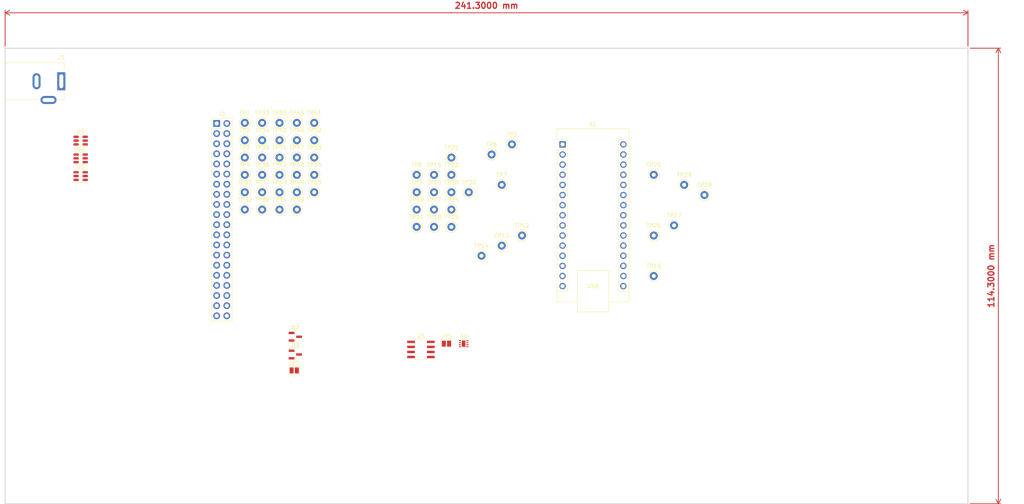
<source format=kicad_pcb>
(kicad_pcb (version 20221018) (generator pcbnew)
  (layers (0 "F.Cu" signal) (31 "B.Cu" signal) (34 "B.Paste" user) (35 "F.Paste" user) (36 "B.SilkS" user "B.Silkscreen") (37 "F.SilkS" user "F.Silkscreen") (38 "B.Mask" user) (39 "F.Mask" user) (44 "Edge.Cuts" user))
  (net 0 "")
  (net 1 "/Arduino & ESP32/TX_A")
  (net 2 "/Arduino & ESP32/RX_A")
  (net 3 "Net-(A1-~{RESET}-Pad28)")
  (net 4 "GND")
  (net 5 "/Arduino & ESP32/LED_Switch")
  (net 6 "Net-(A1-D3)")
  (net 7 "/Arduino & ESP32/Motor_Dir")
  (net 8 "/Arduino & ESP32/Motor_PWM")
  (net 9 "/Arduino & ESP32/Servo1_PWM")
  (net 10 "/Arduino & ESP32/Motor_En")
  (net 11 "Net-(A1-D8)")
  (net 12 "/Arduino & ESP32/Servo2_PWM")
  (net 13 "/Arduino & ESP32/Servo3_PWM")
  (net 14 "Net-(A1-MOSI)")
  (net 15 "Net-(A1-MISO)")
  (net 16 "Net-(A1-SCK)")
  (net 17 "Net-(A1-3V3)")
  (net 18 "+5P")
  (net 19 "Net-(A1-A0)")
  (net 20 "/Arduino & ESP32/Motor_C")
  (net 21 "Net-(A1-A2)")
  (net 22 "Net-(A1-A3)")
  (net 23 "/Arduino & ESP32/I2C_SDA_A")
  (net 24 "/Arduino & ESP32/I2C_SCL_A")
  (net 25 "Net-(A1-A6)")
  (net 26 "Net-(A1-A7)")
  (net 27 "Net-(A1-+5V)")
  (net 28 "+6V")
  (net 29 "Net-(F1-Pad1)")
  (net 30 "Net-(JP7-A)")
  (net 31 "Net-(JP6-A)")
  (net 32 "/I2C_SDA_RPI")
  (net 33 "/I2C_SCL_RPI")
  (net 34 "Net-(J2-GCLK0{slash}GPIO4)")
  (net 35 "Net-(J2-GPIO14{slash}TXD)")
  (net 36 "Net-(J2-GPIO15{slash}RXD)")
  (net 37 "Net-(J2-GPIO17)")
  (net 38 "Net-(J2-GPIO18{slash}PWM0)")
  (net 39 "Net-(J2-GPIO27)")
  (net 40 "Net-(J2-GPIO22)")
  (net 41 "Net-(J2-GPIO23)")
  (net 42 "Net-(J2-GPIO24)")
  (net 43 "Net-(J2-MOSI0{slash}GPIO10)")
  (net 44 "Net-(J2-MISO0{slash}GPIO9)")
  (net 45 "Net-(J2-GPIO25)")
  (net 46 "Net-(J2-SCLK0{slash}GPIO11)")
  (net 47 "Net-(J2-~{CE0}{slash}GPIO8)")
  (net 48 "Net-(J2-~{CE1}{slash}GPIO7)")
  (net 49 "Net-(J2-ID_SD{slash}GPIO0)")
  (net 50 "Net-(J2-ID_SC{slash}GPIO1)")
  (net 51 "Net-(J2-GCLK1{slash}GPIO5)")
  (net 52 "Net-(J2-GCLK2{slash}GPIO6)")
  (net 53 "Net-(J2-PWM0{slash}GPIO12)")
  (net 54 "Net-(J2-PWM1{slash}GPIO13)")
  (net 55 "Net-(J2-GPIO19{slash}MISO1)")
  (net 56 "Net-(J2-GPIO16)")
  (net 57 "Net-(J2-GPIO26)")
  (net 58 "Net-(J2-GPIO20{slash}MOSI1)")
  (net 59 "Net-(J2-GPIO21{slash}SCLK1)")
  (net 60 "Net-(JP5-A)")
  (net 61 "+3.3V")
  (net 62 "Net-(JP1-A)")
  (net 63 "Net-(JP2-A)")
  (net 64 "Net-(U1-BST)")
  (net 65 "Net-(U1-FB)")
  (net 66 "Net-(U1-EN)")
  (net 67 "Net-(D1-K)")
  (net 68 "Net-(U2-BST)")
  (net 69 "Net-(U2-FB)")
  (net 70 "Net-(U2-EN)")
  (net 71 "Net-(D2-K)")
  (net 72 "Net-(U3-BST)")
  (net 73 "Net-(U3-FB)")
  (net 74 "Net-(U3-LX)")
  (net 75 "Net-(M1-+)")
  (net 76 "Net-(U4-OUT2)")
  (net 77 "+5V")
  (net 78 "Net-(M1--)")
  (net 79 "Net-(U5-FILTER)")
  (footprint "TestPoint:TestPoint_Keystone_5000-5004_Miniature" (layer "F.Cu") (at 137.97 69.69)
    (fp_text reference "TP17" (at 0 -2.5) (layer "F.SilkS"))
    (fp_text value "TestPoint")
    (fp_circle (center 0 0) (end 1.4 0) (stroke (width 0.15)) (fill none) (layer "F.SilkS"))
    (pad "1" thru_hole circle (at 0 0) (size 2 2) (drill 1) (layers "*.Cu" "*.Mask") (net 15 "Net-(A1-MISO)"))
  )
  (footprint "TestPoint:TestPoint_Keystone_5000-5004_Miniature" (layer "F.Cu") (at 205.74 66.04)
    (fp_text reference "TP28" (at 0 -2.5) (layer "F.SilkS"))
    (fp_text value "TestPoint")
    (fp_circle (center 0 0) (end 1.4 0) (stroke (width 0.15)) (fill none) (layer "F.SilkS"))
    (pad "1" thru_hole circle (at 0 0) (size 2 2) (drill 1) (layers "*.Cu" "*.Mask") (net 25 "Net-(A1-A6)"))
  )
  (footprint "TestPoint:TestPoint_Keystone_5000-5004_Miniature" (layer "F.Cu") (at 142.32 60.99)
    (fp_text reference "TP22" (at 0 -2.5) (layer "F.SilkS"))
    (fp_text value "TestPoint")
    (fp_circle (center 0 0) (end 1.4 0) (stroke (width 0.15)) (fill none) (layer "F.SilkS"))
    (pad "1" thru_hole circle (at 0 0) (size 2 2) (drill 1) (layers "*.Cu" "*.Mask") (net 24 "/Arduino & ESP32/I2C_SCL_A"))
  )
  (footprint "TestPoint:TestPoint_Keystone_5000-5004_Miniature" (layer "F.Cu") (at 94.89 56.64)
    (fp_text reference "TP35" (at 0 -2.5) (layer "F.SilkS"))
    (fp_text value "TestPoint")
    (fp_circle (center 0 0) (end 1.4 0) (stroke (width 0.15)) (fill none) (layer "F.SilkS"))
    (pad "1" thru_hole circle (at 0 0) (size 2 2) (drill 1) (layers "*.Cu" "*.Mask") (net 48 "Net-(J2-~{CE1}{slash}GPIO7)"))
  )
  (footprint "TestPoint:TestPoint_Keystone_5000-5004_Miniature" (layer "F.Cu") (at 99.24 65.34)
    (fp_text reference "TP43" (at 0 -2.5) (layer "F.SilkS"))
    (fp_text value "TestPoint")
    (fp_circle (center 0 0) (end 1.4 0) (stroke (width 0.15)) (fill none) (layer "F.SilkS"))
    (pad "1" thru_hole circle (at 0 0) (size 2 2) (drill 1) (layers "*.Cu" "*.Mask") (net 36 "Net-(J2-GPIO15{slash}RXD)"))
  )
  (footprint "TestPoint:TestPoint_Keystone_5000-5004_Miniature" (layer "F.Cu") (at 142.32 65.34)
    (fp_text reference "TP23" (at 0 -2.5) (layer "F.SilkS"))
    (fp_text value "TestPoint")
    (fp_circle (center 0 0) (end 1.4 0) (stroke (width 0.15)) (fill none) (layer "F.SilkS"))
    (pad "1" thru_hole circle (at 0 0) (size 2 2) (drill 1) (layers "*.Cu" "*.Mask") (net 3 "Net-(A1-~{RESET}-Pad28)"))
  )
  (footprint "TestPoint:TestPoint_Keystone_5000-5004_Miniature" (layer "F.Cu") (at 133.62 69.69)
    (fp_text reference "TP10" (at 0 -2.5) (layer "F.SilkS"))
    (fp_text value "TestPoint")
    (fp_circle (center 0 0) (end 1.4 0) (stroke (width 0.15)) (fill none) (layer "F.SilkS"))
    (pad "1" thru_hole circle (at 0 0) (size 2 2) (drill 1) (layers "*.Cu" "*.Mask") (net 8 "/Arduino & ESP32/Motor_PWM"))
  )
  (footprint "TestPoint:TestPoint_Keystone_5000-5004_Miniature" (layer "F.Cu") (at 103.59 69.69)
    (fp_text reference "TP50" (at 0 -2.5) (layer "F.SilkS"))
    (fp_text value "TestPoint")
    (fp_circle (center 0 0) (end 1.4 0) (stroke (width 0.15)) (fill none) (layer "F.SilkS"))
    (pad "1" thru_hole circle (at 0 0) (size 2 2) (drill 1) (layers "*.Cu" "*.Mask") (net 40 "Net-(J2-GPIO22)"))
  )
  (footprint "Jumper:SolderJumper-2_P1.3mm_Open_Pad1.0x1.5mm" (layer "F.Cu") (at 141.085 103.325)
    (fp_text reference "JP5" (at 0 -1.8) (layer "F.SilkS"))
    (fp_text value "SolderJumper_2_Open")
    (fp_line (start -1.4 -1) (end 1.4 -1) (stroke (width 0.12)) (layer "F.SilkS"))
    (fp_line (start -1.4 1) (end -1.4 -1) (stroke (width 0.12)) (layer "F.SilkS"))
    (fp_line (start 1.4 -1) (end 1.4 1) (stroke (width 0.12)) (layer "F.SilkS"))
    (fp_line (start 1.4 1) (end -1.4 1) (stroke (width 0.12)) (layer "F.SilkS"))
    (pad "1" smd rect (at -0.65 0) (size 1 1.5) (layers "F.Cu" "F.Mask") (net 60 "Net-(JP5-A)"))
    (pad "2" smd rect (at 0.65 0) (size 1 1.5) (layers "F.Cu" "F.Mask") (net 61 "+3.3V"))
  )
  (footprint "TestPoint:TestPoint_Keystone_5000-5004_Miniature" (layer "F.Cu") (at 103.59 52.29)
    (fp_text reference "TP46" (at 0 -2.5) (layer "F.SilkS"))
    (fp_text value "TestPoint")
    (fp_circle (center 0 0) (end 1.4 0) (stroke (width 0.15)) (fill none) (layer "F.SilkS"))
    (pad "1" thru_hole circle (at 0 0) (size 2 2) (drill 1) (layers "*.Cu" "*.Mask") (net 38 "Net-(J2-GPIO18{slash}PWM0)"))
  )
  (footprint "TestPoint:TestPoint_Keystone_5000-5004_Miniature" (layer "F.Cu") (at 157.48 53.34)
    (fp_text reference "TP5" (at 0 -2.5) (layer "F.SilkS"))
    (fp_text value "TestPoint")
    (fp_circle (center 0 0) (end 1.4 0) (stroke (width 0.15)) (fill none) (layer "F.SilkS"))
    (pad "1" thru_hole circle (at 0 0) (size 2 2) (drill 1) (layers "*.Cu" "*.Mask") (net 1 "/Arduino & ESP32/TX_A"))
  )
  (footprint "Package_TO_SOT_SMD:SOT-23-6" (layer "F.Cu") (at 49.3975 56.84)
    (fp_text reference "U2" (at 0 -2.4) (layer "F.SilkS"))
    (fp_text value "AOZ1280CI")
    (fp_line (start 0 -1.56) (end -1.8 -1.56) (stroke (width 0.12)) (layer "F.SilkS"))
    (fp_line (start 0 -1.56) (end 0.8 -1.56) (stroke (width 0.12)) (layer "F.SilkS"))
    (fp_line (start 0 1.56) (end -0.8 1.56) (stroke (width 0.12)) (layer "F.SilkS"))
    (fp_line (start 0 1.56) (end 0.8 1.56) (stroke (width 0.12)) (layer "F.SilkS"))
    (pad "1" smd roundrect (at -1.1375 -0.95) (size 1.325 0.6) (layers "F.Cu" "F.Paste" "F.Mask") (net 68 "Net-(U2-BST)"))
    (pad "2" smd roundrect (at -1.1375 0) (size 1.325 0.6) (layers "F.Cu" "F.Paste" "F.Mask") (net 4 "GND"))
    (pad "3" smd roundrect (at -1.1375 0.95) (size 1.325 0.6) (layers "F.Cu" "F.Paste" "F.Mask") (net 69 "Net-(U2-FB)"))
    (pad "4" smd roundrect (at 1.1375 0.95) (size 1.325 0.6) (layers "F.Cu" "F.Paste" "F.Mask") (net 70 "Net-(U2-EN)"))
    (pad "5" smd roundrect (at 1.1375 0) (size 1.325 0.6) (layers "F.Cu" "F.Paste" "F.Mask") (net 28 "+6V"))
    (pad "6" smd roundrect (at 1.1375 -0.95) (size 1.325 0.6) (layers "F.Cu" "F.Paste" "F.Mask") (net 71 "Net-(D2-K)"))
  )
  (footprint "TestPoint:TestPoint_Keystone_5000-5004_Miniature" (layer "F.Cu") (at 133.62 74.04)
    (fp_text reference "TP11" (at 0 -2.5) (layer "F.SilkS"))
    (fp_text value "TestPoint")
    (fp_circle (center 0 0) (end 1.4 0) (stroke (width 0.15)) (fill none) (layer "F.SilkS"))
    (pad "1" thru_hole circle (at 0 0) (size 2 2) (drill 1) (layers "*.Cu" "*.Mask") (net 9 "/Arduino & ESP32/Servo1_PWM"))
  )
  (footprint "TestPoint:TestPoint_Keystone_5000-5004_Miniature" (layer "F.Cu") (at 99.24 60.99)
    (fp_text reference "TP42" (at 0 -2.5) (layer "F.SilkS"))
    (fp_text value "TestPoint")
    (fp_circle (center 0 0) (end 1.4 0) (stroke (width 0.15)) (fill none) (layer "F.SilkS"))
    (pad "1" thru_hole circle (at 0 0) (size 2 2) (drill 1) (layers "*.Cu" "*.Mask") (net 35 "Net-(J2-GPIO14{slash}TXD)"))
  )
  (footprint "Module:Arduino_Nano" (layer "F.Cu") (at 170.18 53.34)
    (fp_text reference "A1" (at 7.62 -5.08) (layer "F.SilkS"))
    (fp_text value "Arduino_Nano_Every")
    (fp_text user "USB" (at 7.62 35.56 unlocked) (layer "F.SilkS"))
    (fp_line (start -1.4 -3.94) (end -1.4 -1.27) (stroke (width 0.12)) (layer "F.SilkS"))
    (fp_line (start -1.4 1.27) (end -1.4 39.5) (stroke (width 0.12)) (layer "F.SilkS"))
    (fp_line (start -1.4 39.5) (end 3.68 39.5) (stroke (width 0.12)) (layer "F.SilkS"))
    (fp_line (start 1.27 -1.27) (end -1.4 -1.27) (stroke (width 0.12)) (layer "F.SilkS"))
    (fp_line (start 1.27 1.27) (end -1.4 1.27) (stroke (width 0.12)) (layer "F.SilkS"))
    (fp_line (start 1.27 1.27) (end 1.27 -1.27) (stroke (width 0.12)) (layer "F.SilkS"))
    (fp_line (start 1.27 1.27) (end 1.27 36.83) (stroke (width 0.12)) (layer "F.SilkS"))
    (fp_line (start 1.27 36.83) (end -1.4 36.83) (stroke (width 0.12)) (layer "F.SilkS"))
    (fp_line (start 3.68 31.62) (end 11.56 31.62) (stroke (width 0.12)) (layer "F.SilkS"))
    (fp_line (start 3.68 42.04) (end 3.68 31.62) (stroke (width 0.12)) (layer "F.SilkS"))
    (fp_line (start 11.56 31.62) (end 11.56 42.04) (stroke (width 0.12)) (layer "F.SilkS"))
    (fp_line (start 11.56 42.04) (end 3.68 42.04) (stroke (width 0.12)) (layer "F.SilkS"))
    (fp_line (start 13.97 -1.27) (end 13.97 36.83) (stroke (width 0.12)) (layer "F.SilkS"))
    (fp_line (start 13.97 -1.27) (end 16.64 -1.27) (stroke (width 0.12)) (layer "F.SilkS"))
    (fp_line (start 13.97 36.83) (end 16.64 36.83) (stroke (width 0.12)) (layer "F.SilkS"))
    (fp_line (start 16.64 -3.94) (end -1.4 -3.94) (stroke (width 0.12)) (layer "F.SilkS"))
    (fp_line (start 16.64 39.5) (end 11.56 39.5) (stroke (width 0.12)) (layer "F.SilkS"))
    (fp_line (start 16.64 39.5) (end 16.64 -3.94) (stroke (width 0.12)) (layer "F.SilkS"))
    (pad "1" thru_hole rect (at 0 0) (size 1.6 1.6) (drill 1) (layers "*.Cu" "*.Mask") (net 1 "/Arduino & ESP32/TX_A"))
    (pad "2" thru_hole oval (at 0 2.54) (size 1.6 1.6) (drill 1) (layers "*.Cu" "*.Mask") (net 2 "/Arduino & ESP32/RX_A"))
    (pad "3" thru_hole oval (at 0 5.08) (size 1.6 1.6) (drill 1) (layers "*.Cu" "*.Mask") (net 3 "Net-(A1-~{RESET}-Pad28)"))
    (pad "4" thru_hole oval (at 0 7.62) (size 1.6 1.6) (drill 1) (layers "*.Cu" "*.Mask") (net 4 "GND"))
    (pad "5" thru_hole oval (at 0 10.16) (size 1.6 1.6) (drill 1) (layers "*.Cu" "*.Mask") (net 5 "/Arduino & ESP32/LED_Switch"))
    (pad "6" thru_hole oval (at 0 12.7) (size 1.6 1.6) (drill 1) (layers "*.Cu" "*.Mask") (net 6 "Net-(A1-D3)"))
    (pad "7" thru_hole oval (at 0 15.24) (size 1.6 1.6) (drill 1) (layers "*.Cu" "*.Mask") (net 7 "/Arduino & ESP32/Motor_Dir"))
    (pad "8" thru_hole oval (at 0 17.78) (size 1.6 1.6) (drill 1) (layers "*.Cu" "*.Mask") (net 8 "/Arduino & ESP32/Motor_PWM"))
    (pad "9" thru_hole oval (at 0 20.32) (size 1.6 1.6) (drill 1) (layers "*.Cu" "*.Mask") (net 9 "/Arduino & ESP32/Servo1_PWM"))
    (pad "10" thru_hole oval (at 0 22.86) (size 1.6 1.6) (drill 1) (layers "*.Cu" "*.Mask") (net 10 "/Arduino & ESP32/Motor_En"))
    (pad "11" thru_hole oval (at 0 25.4) (size 1.6 1.6) (drill 1) (layers "*.Cu" "*.Mask") (net 11 "Net-(A1-D8)"))
    (pad "12" thru_hole oval (at 0 27.94) (size 1.6 1.6) (drill 1) (layers "*.Cu" "*.Mask") (net 12 "/Arduino & ESP32/Servo2_PWM"))
    (pad "13" thru_hole oval (at 0 30.48) (size 1.6 1.6) (drill 1) (layers "*.Cu" "*.Mask") (net 13 "/Arduino & ESP32/Servo3_PWM"))
    (pad "14" thru_hole oval (at 0 33.02) (size 1.6 1.6) (drill 1) (layers "*.Cu" "*.Mask") (net 14 "Net-(A1-MOSI)"))
    (pad "15" thru_hole oval (at 0 35.56) (size 1.6 1.6) (drill 1) (layers "*.Cu" "*.Mask") (net 15 "Net-(A1-MISO)"))
    (pad "16" thru_hole oval (at 15.24 35.56) (size 1.6 1.6) (drill 1) (layers "*.Cu" "*.Mask") (net 16 "Net-(A1-SCK)"))
    (pad "17" thru_hole oval (at 15.24 33.02) (size 1.6 1.6) (drill 1) (layers "*.Cu" "*.Mask") (net 17 "Net-(A1-3V3)"))
    (pad "18" thru_hole oval (at 15.24 30.48) (size 1.6 1.6) (drill 1) (layers "*.Cu" "*.Mask") (net 18 "+5P"))
    (pad "19" thru_hole oval (at 15.24 27.94) (size 1.6 1.6) (drill 1) (layers "*.Cu" "*.Mask") (net 19 "Net-(A1-A0)"))
    (pad "20" thru_hole oval (at 15.24 25.4) (size 1.6 1.6) (drill 1) (layers "*.Cu" "*.Mask") (net 20 "/Arduino & ESP32/Motor_C"))
    (pad "21" thru_hole oval (at 15.24 22.86) (size 1.6 1.6) (drill 1) (layers "*.Cu" "*.Mask") (net 21 "Net-(A1-A2)"))
    (pad "22" thru_hole oval (at 15.24 20.32) (size 1.6 1.6) (drill 1) (layers "*.Cu" "*.Mask") (net 22 "Net-(A1-A3)"))
    (pad "23" thru_hole oval (at 15.24 17.78) (size 1.6 1.6) (drill 1) (layers "*.Cu" "*.Mask") (net 23 "/Arduino & ESP32/I2C_SDA_A"))
    (pad "24" thru_hole oval (at 15.24 15.24) (size 1.6 1.6) (drill 1) (layers "*.Cu" "*.Mask") (net 24 "/Arduino & ESP32/I2C_SCL_A"))
    (pad "25" thru_hole oval (at 15.24 12.7) (size 1.6 1.6) (drill 1) (layers "*.Cu" "*.Mask") (net 25 "Net-(A1-A6)"))
    (pad "26" thru_hole oval (at 15.24 10.16) (size 1.6 1.6) (drill 1) (layers "*.Cu" "*.Mask") (net 26 "Net-(A1-A7)"))
    (pad "27" thru_hole oval (at 15.24 7.62) (size 1.6 1.6) (drill 1) (layers "*.Cu" "*.Mask") (net 27 "Net-(A1-+5V)"))
    (pad "28" thru_hole oval (at 15.24 5.08) (size 1.6 1.6) (drill 1) (layers "*.Cu" "*.Mask") (net 3 "Net-(A1-~{RESET}-Pad28)"))
    (pad "29" thru_hole oval (at 15.24 2.54) (size 1.6 1.6) (drill 1) (layers "*.Cu" "*.Mask") (net 4 "GND"))
    (pad "30" thru_hole oval (at 15.24 0) (size 1.6 1.6) (drill 1) (layers "*.Cu" "*.Mask") (net 28 "+6V"))
  )
  (footprint "TestPoint:TestPoint_Keystone_5000-5004_Miniature" (layer "F.Cu") (at 94.89 60.99)
    (fp_text reference "TP36" (at 0 -2.5) (layer "F.SilkS"))
    (fp_text value "TestPoint")
    (fp_circle (center 0 0) (end 1.4 0) (stroke (width 0.15)) (fill none) (layer "F.SilkS"))
    (pad "1" thru_hole circle (at 0 0) (size 2 2) (drill 1) (layers "*.Cu" "*.Mask") (net 47 "Net-(J2-~{CE0}{slash}GPIO8)"))
  )
  (footprint "TestPoint:TestPoint_Keystone_5000-5004_Miniature" (layer "F.Cu") (at 90.54 65.34)
    (fp_text reference "TP31" (at 0 -2.5) (layer "F.SilkS"))
    (fp_text value "TestPoint")
    (fp_circle (center 0 0) (end 1.4 0) (stroke (width 0.15)) (fill none) (layer "F.SilkS"))
    (pad "1" thru_hole circle (at 0 0) (size 2 2) (drill 1) (layers "*.Cu" "*.Mask") (net 50 "Net-(J2-ID_SC{slash}GPIO1)"))
  )
  (footprint "TestPoint:TestPoint_Keystone_5000-5004_Miniature" (layer "F.Cu") (at 200.66 63.5)
    (fp_text reference "TP29" (at 0 -2.5) (layer "F.SilkS"))
    (fp_text value "TestPoint")
    (fp_circle (center 0 0) (end 1.4 0) (stroke (width 0.15)) (fill none) (layer "F.SilkS"))
    (pad "1" thru_hole circle (at 0 0) (size 2 2) (drill 1) (layers "*.Cu" "*.Mask") (net 26 "Net-(A1-A7)"))
  )
  (footprint "Connector_BarrelJack:BarrelJack_Kycon_KLDX-0202-xC_Horizontal" (layer "F.Cu") (at 44.55 37.5)
    (fp_text reference "J1" (at 0 -6 unlocked) (layer "F.SilkS"))
    (fp_text value "Barrel_Jack_MountingPin")
    (fp_line (start -14.02 -4.62) (end -14.02 4.62) (stroke (width 0.12)) (layer "F.SilkS"))
    (fp_line (start -14.02 4.62) (end -5.9 4.62) (stroke (width 0.12)) (layer "F.SilkS"))
    (fp_line (start -0.5 4.62) (end 0.72 4.62) (stroke (width 0.12)) (layer "F.SilkS"))
    (fp_line (start 0.72 -4.62) (end -14.02 -4.62) (stroke (width 0.12)) (layer "F.SilkS"))
    (fp_line (start 0.72 -2.95) (end 0.72 -4.62) (stroke (width 0.12)) (layer "F.SilkS"))
    (fp_line (start 0.72 4.62) (end 0.72 2.95) (stroke (width 0.12)) (layer "F.SilkS"))
    (pad "1" thru_hole rect (at 0 0) (size 2 4.5) (drill oval 1 3.5) (layers "*.Cu" "*.Mask") (net 29 "Net-(F1-Pad1)"))
    (pad "2" thru_hole oval (at -6.2 0) (size 2 4) (drill oval 1 3) (layers "*.Cu" "*.Mask") (net 4 "GND"))
    (pad "3" thru_hole oval (at -3.2 4.7 90) (size 2 4) (drill oval 1 3) (layers "*.Cu" "*.Mask"))
  )
  (footprint "TestPoint:TestPoint_Keystone_5000-5004_Miniature" (layer "F.Cu") (at 103.59 47.94)
    (fp_text reference "TP45" (at 0 -2.5) (layer "F.SilkS"))
    (fp_text value "TestPoint")
    (fp_circle (center 0 0) (end 1.4 0) (stroke (width 0.15)) (fill none) (layer "F.SilkS"))
    (pad "1" thru_hole circle (at 0 0) (size 2 2) (drill 1) (layers "*.Cu" "*.Mask") (net 37 "Net-(J2-GPIO17)"))
  )
  (footprint "TestPoint:TestPoint_Keystone_5000-5004_Miniature" (layer "F.Cu") (at 90.54 47.94)
    (fp_text reference "TP1" (at 0 -2.5) (layer "F.SilkS"))
    (fp_text value "TestPoint")
    (fp_circle (center 0 0) (end 1.4 0) (stroke (width 0.15)) (fill none) (layer "F.SilkS"))
    (pad "1" thru_hole circle (at 0 0) (size 2 2) (drill 1) (layers "*.Cu" "*.Mask") (net 49 "Net-(J2-ID_SD{slash}GPIO0)"))
  )
  (footprint "TestPoint:TestPoint_Keystone_5000-5004_Miniature" (layer "F.Cu") (at 103.59 56.64)
    (fp_text reference "TP47" (at 0 -2.5) (layer "F.SilkS"))
    (fp_text value "TestPoint")
    (fp_circle (center 0 0) (end 1.4 0) (stroke (width 0.15)) (fill none) (layer "F.SilkS"))
    (pad "1" thru_hole circle (at 0 0) (size 2 2) (drill 1) (layers "*.Cu" "*.Mask") (net 55 "Net-(J2-GPIO19{slash}MISO1)"))
  )
  (footprint "TestPoint:TestPoint_Keystone_5000-5004_Miniature" (layer "F.Cu") (at 198.12 73.66)
    (fp_text reference "TP27" (at 0 -2.5) (layer "F.SilkS"))
    (fp_text value "TestPoint")
    (fp_circle (center 0 0) (end 1.4 0) (stroke (width 0.15)) (fill none) (layer "F.SilkS"))
    (pad "1" thru_hole circle (at 0 0) (size 2 2) (drill 1) (layers "*.Cu" "*.Mask") (net 22 "Net-(A1-A3)"))
  )
  (footprint "TestPoint:TestPoint_Keystone_5000-5004_Miniature" (layer "F.Cu") (at 107.94 65.34)
    (fp_text reference "TP55" (at 0 -2.5) (layer "F.SilkS"))
    (fp_text value "TestPoint")
    (fp_circle (center 0 0) (end 1.4 0) (stroke (width 0.15)) (fill none) (layer "F.SilkS"))
    (pad "1" thru_hole circle (at 0 0) (size 2 2) (drill 1) (layers "*.Cu" "*.Mask") (net 39 "Net-(J2-GPIO27)"))
  )
  (footprint "TestPoint:TestPoint_Keystone_5000-5004_Miniature" (layer "F.Cu") (at 154.94 78.74)
    (fp_text reference "TP13" (at 0 -2.5) (layer "F.SilkS"))
    (fp_text value "TestPoint")
    (fp_circle (center 0 0) (end 1.4 0) (stroke (width 0.15)) (fill none) (layer "F.SilkS"))
    (pad "1" thru_hole circle (at 0 0) (size 2 2) (drill 1) (layers "*.Cu" "*.Mask") (net 11 "Net-(A1-D8)"))
  )
  (footprint "Package_TO_SOT_SMD:SOT-23" (layer "F.Cu") (at 103.2025 106.05)
    (fp_text reference "Q3" (at 0 -2.4) (layer "F.SilkS"))
    (fp_text value "BSS138")
    (fp_line (start 0 -1.56) (end -1.675 -1.56) (stroke (width 0.12)) (layer "F.SilkS"))
    (fp_line (start 0 -1.56) (end 0.65 -1.56) (stroke (width 0.12)) (layer "F.SilkS"))
    (fp_line (start 0 1.56) (end -0.65 1.56) (stroke (width 0.12)) (layer "F.SilkS"))
    (fp_line (start 0 1.56) (end 0.65 1.56) (stroke (width 0.12)) (layer "F.SilkS"))
    (pad "1" smd roundrect (at -0.9375 -0.95) (size 1.475 0.6) (layers "F.Cu" "F.Paste" "F.Mask") (net 61 "+3.3V"))
    (pad "2" smd roundrect (at -0.9375 0.95) (size 1.475 0.6) (layers "F.Cu" "F.Paste" "F.Mask") (net 33 "/I2C_SCL_RPI"))
    (pad "3" smd roundrect (at 0.9375 0) (size 1.475 0.6) (layers "F.Cu" "F.Paste" "F.Mask") (net 63 "Net-(JP2-A)"))
  )
  (footprint "TestPoint:TestPoint_Keystone_5000-5004_Miniature" (layer "F.Cu") (at 149.86 81.28)
    (fp_text reference "TP14" (at 0 -2.5) (layer "F.SilkS"))
    (fp_text value "TestPoint")
    (fp_circle (center 0 0) (end 1.4 0) (stroke (width 0.15)) (fill none) (layer "F.SilkS"))
    (pad "1" thru_hole circle (at 0 0) (size 2 2) (drill 1) (layers "*.Cu" "*.Mask") (net 12 "/Arduino & ESP32/Servo2_PWM"))
  )
  (footprint "TestPoint:TestPoint_Keystone_5000-5004_Miniature" (layer "F.Cu") (at 137.97 65.34)
    (fp_text reference "TP16" (at 0 -2.5) (layer "F.SilkS"))
    (fp_text value "TestPoint")
    (fp_circle (center 0 0) (end 1.4 0) (stroke (width 0.15)) (fill none) (layer "F.SilkS"))
    (pad "1" thru_hole circle (at 0 0) (size 2 2) (drill 1) (layers "*.Cu" "*.Mask") (net 14 "Net-(A1-MOSI)"))
  )
  (footprint "TestPoint:TestPoint_Keystone_5000-5004_Miniature" (layer "F.Cu") (at 107.94 56.64)
    (fp_text reference "TP53" (at 0 -2.5) (layer "F.SilkS"))
    (fp_text value "TestPoint")
    (fp_circle (center 0 0) (end 1.4 0) (stroke (width 0.15)) (fill none) (layer "F.SilkS"))
    (pad "1" thru_hole circle (at 0 0) (size 2 2) (drill 1) (layers "*.Cu" "*.Mask") (net 45 "Net-(J2-GPIO25)"))
  )
  (footprint "Jumper:SolderJumper-2_P1.3mm_Open_Pad1.0x1.5mm" (layer "F.Cu") (at 102.9325 110.05)
    (fp_text reference "JP7" (at 0 -1.8) (layer "F.SilkS"))
    (fp_text value "SolderJumper_2_Open")
    (fp_line (start -1.4 -1) (end 1.4 -1) (stroke (width 0.12)) (layer "F.SilkS"))
    (fp_line (start -1.4 1) (end -1.4 -1) (stroke (width 0.12)) (layer "F.SilkS"))
    (fp_line (start 1.4 -1) (end 1.4 1) (stroke (width 0.12)) (layer "F.SilkS"))
    (fp_line (start 1.4 1) (end -1.4 1) (stroke (width 0.12)) (layer "F.SilkS"))
    (pad "1" smd rect (at -0.65 0) (size 1 1.5) (layers "F.Cu" "F.Mask") (net 30 "Net-(JP7-A)"))
    (pad "2" smd rect (at 0.65 0) (size 1 1.5) (layers "F.Cu" "F.Mask") (net 61 "+3.3V"))
  )
  (footprint "TestPoint:TestPoint_Keystone_5000-5004_Miniature" (layer "F.Cu") (at 193.04 76.2)
    (fp_text reference "TP26" (at 0 -2.5) (layer "F.SilkS"))
    (fp_text value "TestPoint")
    (fp_circle (center 0 0) (end 1.4 0) (stroke (width 0.15)) (fill none) (layer "F.SilkS"))
    (pad "1" thru_hole circle (at 0 0) (size 2 2) (drill 1) (layers "*.Cu" "*.Mask") (net 21 "Net-(A1-A2)"))
  )
  (footprint "TestPoint:TestPoint_Keystone_5000-5004_Miniature" (layer "F.Cu") (at 90.54 56.64)
    (fp_text reference "TP3" (at 0 -2.5) (layer "F.SilkS"))
    (fp_text value "TestPoint")
    (fp_circle (center 0 0) (end 1.4 0) (stroke (width 0.15)) (fill none) (layer "F.SilkS"))
    (pad "1" thru_hole circle (at 0 0) (size 2 2) (drill 1) (layers "*.Cu" "*.Mask") (net 32 "/I2C_SDA_RPI"))
  )
  (footprint "TestPoint:TestPoint_Keystone_5000-5004_Miniature" (layer "F.Cu") (at 90.54 69.69)
    (fp_text reference "TP32" (at 0 -2.5) (layer "F.SilkS"))
    (fp_text value "TestPoint")
    (fp_circle (center 0 0) (end 1.4 0) (stroke (width 0.15)) (fill none) (layer "F.SilkS"))
    (pad "1" thru_hole circle (at 0 0) (size 2 2) (drill 1) (layers "*.Cu" "*.Mask") (net 34 "Net-(J2-GCLK0{slash}GPIO4)"))
  )
  (footprint "TestPoint:TestPoint_Keystone_5000-5004_Miniature" (layer "F.Cu") (at 90.54 52.29)
    (fp_text reference "TP2" (at 0 -2.5) (layer "F.SilkS"))
    (fp_text value "TestPoint")
    (fp_circle (center 0 0) (end 1.4 0) (stroke (width 0.15)) (fill none) (layer "F.SilkS"))
    (pad "1" thru_hole circle (at 0 0) (size 2 2) (drill 1) (layers "*.Cu" "*.Mask") (net 30 "Net-(JP7-A)"))
  )
  (footprint "TestPoint:TestPoint_Keystone_5000-5004_Miniature" (layer "F.Cu") (at 154.94 63.5)
    (fp_text reference "TP7" (at 0 -2.5) (layer "F.SilkS"))
    (fp_text value "TestPoint")
    (fp_circle (center 0 0) (end 1.4 0) (stroke (width 0.15)) (fill none) (layer "F.SilkS"))
    (pad "1" thru_hole circle (at 0 0) (size 2 2) (drill 1) (layers "*.Cu" "*.Mask") (net 5 "/Arduino & ESP32/LED_Switch"))
  )
  (footprint "TestPoint:TestPoint_Keystone_5000-5004_Miniature" (layer "F.Cu") (at 137.97 60.99)
    (fp_text reference "TP15" (at 0 -2.5) (layer "F.SilkS"))
    (fp_text value "TestPoint")
    (fp_circle (center 0 0) (end 1.4 0) (stroke (width 0.15)) (fill none) (layer "F.SilkS"))
    (pad "1" thru_hole circle (at 0 0) (size 2 2) (drill 1) (layers "*.Cu" "*.Mask") (net 13 "/Arduino & ESP32/Servo3_PWM"))
  )
  (footprint "TestPoint:TestPoint_Keystone_5000-5004_Miniature" (layer "F.Cu") (at 193.04 60.96)
    (fp_text reference "TP20" (at 0 -2.5) (layer "F.SilkS"))
    (fp_text value "TestPoint")
    (fp_circle (center 0 0) (end 1.4 0) (stroke (width 0.15)) (fill none) (layer "F.SilkS"))
    (pad "1" thru_hole circle (at 0 0) (size 2 2) (drill 1) (layers "*.Cu" "*.Mask") (net 27 "Net-(A1-+5V)"))
  )
  (footprint "TestPoint:TestPoint_Keystone_5000-5004_Miniature" (layer "F.Cu") (at 103.59 60.99)
    (fp_text reference "TP48" (at 0 -2.5) (layer "F.SilkS"))
    (fp_text value "TestPoint")
    (fp_circle (center 0 0) (end 1.4 0) (stroke (width 0.15)) (fill none) (layer "F.SilkS"))
    (pad "1" thru_hole circle (at 0 0) (size 2 2) (drill 1) (layers "*.Cu" "*.Mask") (net 58 "Net-(J2-GPIO20{slash}MOSI1)"))
  )
  (footprint "TestPoint:TestPoint_Keystone_5000-5004_Miniature" (layer "F.Cu") (at 142.32 56.64)
    (fp_text reference "TP21" (at 0 -2.5) (layer "F.SilkS"))
    (fp_text value "TestPoint")
    (fp_circle (center 0 0) (end 1.4 0) (stroke (width 0.15)) (fill none) (layer "F.SilkS"))
    (pad "1" thru_hole circle (at 0 0) (size 2 2) (drill 1) (layers "*.Cu" "*.Mask") (net 23 "/Arduino & ESP32/I2C_SDA_A"))
  )
  (footprint "TestPoint:TestPoint_Keystone_5000-5004_Miniature" (layer "F.Cu") (at 94.89 47.94)
    (fp_text reference "TP33" (at 0 -2.5) (layer "F.SilkS"))
    (fp_text value "TestPoint")
    (fp_circle (center 0 0) (end 1.4 0) (stroke (width 0.15)) (fill none) (layer "F.SilkS"))
    (pad "1" thru_hole circle (at 0 0) (size 2 2) (drill 1) (layers "*.Cu" "*.Mask") (net 51 "Net-(J2-GCLK1{slash}GPIO5)"))
  )
  (footprint "TestPoint:TestPoint_Keystone_5000-5004_Miniature" (layer "F.Cu") (at 94.89 65.34)
    (fp_text reference "TP37" (at 0 -2.5) (layer "F.SilkS"))
    (fp_text value "TestPoint")
    (fp_circle (center 0 0) (end 1.4 0) (stroke (width 0.15)) (fill none) (layer "F.SilkS"))
    (pad "1" thru_hole circle (at 0 0) (size 2 2) (drill 1) (layers "*.Cu" "*.Mask") (net 44 "Net-(J2-MISO0{slash}GPIO9)"))
  )
  (footprint "TestPoint:TestPoint_Keystone_5000-5004_Miniature" (layer "F.Cu") (at 107.94 60.99)
    (fp_text reference "TP54" (at 0 -2.5) (layer "F.SilkS"))
    (fp_text value "TestPoint")
    (fp_circle (center 0 0) (end 1.4 0) (stroke (width 0.15)) (fill none) (layer "F.SilkS"))
    (pad "1" thru_hole circle (at 0 0) (size 2 2) (drill 1) (layers "*.Cu" "*.Mask") (net 57 "Net-(J2-GPIO26)"))
  )
  (footprint "TestPoint:TestPoint_Keystone_5000-5004_Miniature" (layer "F.Cu") (at 142.32 74.04)
    (fp_text reference "TP25" (at 0 -2.5) (layer "F.SilkS"))
    (fp_text value "TestPoint")
    (fp_circle (center 0 0) (end 1.4 0) (stroke (width 0.15)) (fill none) (layer "F.SilkS"))
    (pad "1" thru_hole circle (at 0 0) (size 2 2) (drill 1) (layers "*.Cu" "*.Mask") (net 20 "/Arduino & ESP32/Motor_C"))
  )
  (footprint "TestPoint:TestPoint_Keystone_5000-5004_Miniature" (layer "F.Cu") (at 133.62 65.34)
    (fp_text reference "TP9" (at 0 -2.5) (layer "F.SilkS"))
    (fp_text value "TestPoint")
    (fp_circle (center 0 0) (end 1.4 0) (stroke (width 0.15)) (fill none) (layer "F.SilkS"))
    (pad "1" thru_hole circle (at 0 0) (size 2 2) (drill 1) (layers "*.Cu" "*.Mask") (net 7 "/Arduino & ESP32/Motor_Dir"))
  )
  (footprint "TestPoint:TestPoint_Keystone_5000-5004_Miniature" (layer "F.Cu") (at 107.94 52.29)
    (fp_text reference "TP52" (at 0 -2.5) (layer "F.SilkS"))
    (fp_text value "TestPoint")
    (fp_circle (center 0 0) (end 1.4 0) (stroke (width 0.15)) (fill none) (layer "F.SilkS"))
    (pad "1" thru_hole circle (at 0 0) (size 2 2) (drill 1) (layers "*.Cu" "*.Mask") (net 42 "Net-(J2-GPIO24)"))
  )
  (footprint "TestPoint:TestPoint_Keystone_5000-5004_Miniature" (layer "F.Cu") (at 90.54 60.99)
    (fp_text reference "TP4" (at 0 -2.5) (layer "F.SilkS"))
    (fp_text value "TestPoint")
    (fp_circle (center 0 0) (end 1.4 0) (stroke (width 0.15)) (fill none) (layer "F.SilkS"))
    (pad "1" thru_hole circle (at 0 0) (size 2 2) (drill 1) (layers "*.Cu" "*.Mask") (net 33 "/I2C_SCL_RPI"))
  )
  (footprint "TestPoint:TestPoint_Keystone_5000-5004_Miniature" (layer "F.Cu") (at 99.24 52.29)
    (fp_text reference "TP40" (at 0 -2.5) (layer "F.SilkS"))
    (fp_text value "TestPoint")
    (fp_circle (center 0 0) (end 1.4 0) (stroke (width 0.15)) (fill none) (layer "F.SilkS"))
    (pad "1" thru_hole circle (at 0 0) (size 2 2) (drill 1) (layers "*.Cu" "*.Mask") (net 53 "Net-(J2-PWM0{slash}GPIO12)"))
  )
  (footprint "TestPoint:TestPoint_Keystone_5000-5004_Miniature" (layer "F.Cu") (at 193.04 86.36)
    (fp_text reference "TP19" (at 0 -2.5) (layer "F.SilkS"))
    (fp_text value "TestPoint")
    (fp_circle (center 0 0) (end 1.4 0) (stroke (width 0.15)) (fill none) (layer "F.SilkS"))
    (pad "1" thru_hole circle (at 0 0) (size 2 2) (drill 1) (layers "*.Cu" "*.Mask") (net 17 "Net-(A1-3V3)"))
  )
  (footprint "TestPoint:TestPoint_Keystone_5000-5004_Miniature" (layer "F.Cu") (at 142.32 69.69)
    (fp_text reference "TP24" (at 0 -2.5) (layer "F.SilkS"))
    (fp_text value "TestPoint")
    (fp_circle (center 0 0) (end 1.4 0) (stroke (width 0.15)) (fill none) (layer "F.SilkS"))
    (pad "1" thru_hole circle (at 0 0) (size 2 2) (drill 1) (layers "*.Cu" "*.Mask") (net 19 "Net-(A1-A0)"))
  )
  (footprint "TestPoint:TestPoint_Keystone_5000-5004_Miniature" (layer "F.Cu") (at 94.89 69.69)
    (fp_text reference "TP38" (at 0 -2.5) (layer "F.SilkS"))
    (fp_text value "TestPoint")
    (fp_circle (center 0 0) (end 1.4 0) (stroke (width 0.15)) (fill none) (layer "F.SilkS"))
    (pad "1" thru_hole circle (at 0 0) (size 2 2) (drill 1) (layers "*.Cu" "*.Mask") (net 43 "Net-(J2-MOSI0{slash}GPIO10)"))
  )
  (footprint "TestPoint:TestPoint_Keystone_5000-5004_Miniature" (layer "F.Cu") (at 99.24 56.64)
    (fp_text reference "TP41" (at 0 -2.5) (layer "F.SilkS"))
    (fp_text value "TestPoint")
    (fp_circle (center 0 0) (end 1.4 0) (stroke (width 0.15)) (fill none) (layer "F.SilkS"))
    (pad "1" thru_hole circle (at 0 0) (size 2 2) (drill 1) (layers "*.Cu" "*.Mask") (net 54 "Net-(J2-PWM1{slash}GPIO13)"))
  )
  (footprint "TestPoint:TestPoint_Keystone_5000-5004_Miniature" (layer "F.Cu") (at 99.24 69.69)
    (fp_text reference "TP44" (at 0 -2.5) (layer "F.SilkS"))
    (fp_text value "TestPoint")
    (fp_circle (center 0 0) (end 1.4 0) (stroke (width 0.15)) (fill none) (layer "F.SilkS"))
    (pad "1" thru_hole circle (at 0 0) (size 2 2) (drill 1) (layers "*.Cu" "*.Mask") (net 56 "Net-(J2-GPIO16)"))
  )
  (footprint "Package_TO_SOT_SMD:SOT-23" (layer "F.Cu") (at 103.2025 101.6)
    (fp_text reference "Q2" (at 0 -2.4) (layer "F.SilkS"))
    (fp_text value "BSS138")
    (fp_line (start 0 -1.56) (end -1.675 -1.56) (stroke (width 0.12)) (layer "F.SilkS"))
    (fp_line (start 0 -1.56) (end 0.65 -1.56) (stroke (width 0.12)) (layer "F.SilkS"))
    (fp_line (start 0 1.56) (end -0.65 1.56) (stroke (width 0.12)) (layer "F.SilkS"))
    (fp_line (start 0 1.56) (end 0.65 1.56) (stroke (width 0.12)) (layer "F.SilkS"))
    (pad "1" smd roundrect (at -0.9375 -0.95) (size 1.475 0.6) (layers "F.Cu" "F.Paste" "F.Mask") (net 61 "+3.3V"))
    (pad "2" smd roundrect (at -0.9375 0.95) (size 1.475 0.6) (layers "F.Cu" "F.Paste" "F.Mask") (net 32 "/I2C_SDA_RPI"))
    (pad "3" smd roundrect (at 0.9375 0) (size 1.475 0.6) (layers "F.Cu" "F.Paste" "F.Mask") (net 62 "Net-(JP1-A)"))
  )
  (footprint "TestPoint:TestPoint_Keystone_5000-5004_Miniature" (layer "F.Cu") (at 152.4 55.88)
    (fp_text reference "TP6" (at 0 -2.5) (layer "F.SilkS"))
    (fp_text value "TestPoint")
    (fp_circle (center 0 0) (end 1.4 0) (stroke (width 0.15)) (fill none) (layer "F.SilkS"))
    (pad "1" thru_hole circle (at 0 0) (size 2 2) (drill 1) (layers "*.Cu" "*.Mask") (net 2 "/Arduino & ESP32/RX_A"))
  )
  (footprint "TestPoint:TestPoint_Keystone_5000-5004_Miniature" (layer "F.Cu") (at 99.24 47.94)
    (fp_text reference "TP39" (at 0 -2.5) (layer "F.SilkS"))
    (fp_text value "TestPoint")
    (fp_circle (center 0 0) (end 1.4 0) (stroke (width 0.15)) (fill none) (layer "F.SilkS"))
    (pad "1" thru_hole circle (at 0 0) (size 2 2) (drill 1) (layers "*.Cu" "*.Mask") (net 46 "Net-(J2-SCLK0{slash}GPIO11)"))
  )
  (footprint "Package_SO:SOIC-8_3.9x4.9mm_P1.27mm" (layer "F.Cu") (at 134.685 104.775)
    (fp_text reference "U5" (at 0 -3.4) (layer "F.SilkS"))
    (fp_text value "ACS724xLCTR-05AB")
    (fp_line (start 0 -2.56) (end -3.45 -2.56) (stroke (width 0.12)) (layer "F.SilkS"))
    (fp_line (start 0 -2.56) (end 1.95 -2.56) (stroke (width 0.12)) (layer "F.SilkS"))
    (fp_line (start 0 2.56) (end -1.95 2.56) (stroke (width 0.12)) (layer "F.SilkS"))
    (fp_line (start 0 2.56) (end 1.95 2.56) (stroke (width 0.12)) (layer "F.SilkS"))
    (pad "1" smd roundrect (at -2.475 -1.905) (size 1.95 0.6) (layers "F.Cu" "F.Paste" "F.Mask") (net 78 "Net-(M1--)"))
    (pad "2" smd roundrect (at -2.475 -0.635) (size 1.95 0.6) (layers "F.Cu" "F.Paste" "F.Mask") (net 78 "Net-(M1--)"))
    (pad "3" smd roundrect (at -2.475 0.635) (size 1.95 0.6) (layers "F.Cu" "F.Paste" "F.Mask") (net 76 "Net-(U4-OUT2)"))
    (pad "4" smd roundrect (at -2.475 1.905) (size 1.95 0.6) (layers "F.Cu" "F.Paste" "F.Mask") (net 76 "Net-(U4-OUT2)"))
    (pad "5" smd roundrect (at 2.475 1.905) (size 1.95 0.6) (layers "F.Cu" "F.Paste" "F.Mask") (net 4 "GND"))
    (pad "6" smd roundrect (at 2.475 0.635) (size 1.95 0.6) (layers "F.Cu" "F.Paste" "F.Mask") (net 79 "Net-(U5-FILTER)"))
    (pad "7" smd roundrect (at 2.475 -0.635) (size 1.95 0.6) (layers "F.Cu" "F.Paste" "F.Mask") (net 20 "/Arduino & ESP32/Motor_C"))
    (pad "8" smd roundrect (at 2.475 -1.905) (size 1.95 0.6) (layers "F.Cu" "F.Paste" "F.Mask") (net 77 "+5V"))
  )
  (footprint "TestPoint:TestPoint_Keystone_5000-5004_Miniature" (layer "F.Cu") (at 133.62 60.99)
    (fp_text reference "TP8" (at 0 -2.5) (layer "F.SilkS"))
    (fp_text value "TestPoint")
    (fp_circle (center 0 0) (end 1.4 0) (stroke (width 0.15)) (fill none) (layer "F.SilkS"))
    (pad "1" thru_hole circle (at 0 0) (size 2 2) (drill 1) (layers "*.Cu" "*.Mask") (net 6 "Net-(A1-D3)"))
  )
  (footprint "Package_SON:WSON-8-1EP_2x2mm_P0.5mm_EP0.9x1.6mm" (layer "F.Cu") (at 145.385 103.325)
    (fp_text reference "U4" (at 0.38 -1.9) (layer "F.SilkS"))
    (fp_text value "DRV8838")
    (fp_line (start -1.5 -1.12) (end 0.5 -1.12) (stroke (width 0.12)) (layer "F.SilkS"))
    (fp_line (start 0.5 1.12) (end -0.5 1.12) (stroke (width 0.12)) (layer "F.SilkS"))
    (pad "1" smd rect (at -0.95 -0.75) (size 0.5 0.25) (layers "F.Cu" "F.Paste" "F.Mask") (net 28 "+6V"))
    (pad "2" smd rect (at -0.95 -0.25) (size 0.5 0.25) (layers "F.Cu" "F.Paste" "F.Mask") (net 75 "Net-(M1-+)"))
    (pad "3" smd rect (at -0.95 0.25) (size 0.5 0.25) (layers "F.Cu" "F.Paste" "F.Mask") (net 76 "Net-(U4-OUT2)"))
    (pad "4" smd rect (at -0.95 0.75) (size 0.5 0.25) (layers "F.Cu" "F.Paste" "F.Mask") (net 4 "GND"))
    (pad "5" smd rect (at 0.95 0.75) (size 0.5 0.25) (layers "F.Cu" "F.Paste" "F.Mask") (net 8 "/Arduino & ESP32/Motor_PWM"))
    (pad "6" smd rect (at 0.95 0.25) (size 0.5 0.25) (layers "F.Cu" "F.Paste" "F.Mask") (net 7 "/Arduino & ESP32/Motor_Dir"))
    (pad "7" smd rect (at 0.95 -0.25) (size 0.5 0.25) (layers "F.Cu" "F.Paste" "F.Mask") (net 10 "/Arduino & ESP32/Motor_En"))
    (pad "8" smd rect (at 0.95 -0.75) (size 0.5 0.25) (layers "F.Cu" "F.Paste" "F.Mask") (net 77 "+5V"))
    (pad "9" smd rect (at 0 0) (size 0.9 1.6) (layers "F.Cu" "F.Mask") (net 4 "GND"))
  )
  (footprint "TestPoint:TestPoint_Keystone_5000-5004_Miniature" (layer "F.Cu") (at 146.67 65.34)
    (fp_text reference "TP30" (at 0 -2.5) (layer "F.SilkS"))
    (fp_text value "TestPoint")
    (fp_circle (center 0 0) (end 1.4 0) (stroke (width 0.15)) (fill none) (layer "F.SilkS"))
    (pad "1" thru_hole circle (at 0 0) (size 2 2) (drill 1) (layers "*.Cu" "*.Mask") (net 60 "Net-(JP5-A)"))
  )
  (footprint "Package_TO_SOT_SMD:SOT-23-6" (layer "F.Cu") (at 49.3975 61.29)
    (fp_text reference "U3" (at 0 -2.4) (layer "F.SilkS"))
    (fp_text value "AOZ1282CI")
    (fp_line (start 0 -1.56) (end -1.8 -1.56) (stroke (width 0.12)) (layer "F.SilkS"))
    (fp_line (start 0 -1.56) (end 0.8 -1.56) (stroke (width 0.12)) (layer "F.SilkS"))
    (fp_line (start 0 1.56) (end -0.8 1.56) (stroke (width 0.12)) (layer "F.SilkS"))
    (fp_line (start 0 1.56) (end 0.8 1.56) (stroke (width 0.12)) (layer "F.SilkS"))
    (pad "1" smd roundrect (at -1.1375 -0.95) (size 1.325 0.6) (layers "F.Cu" "F.Paste" "F.Mask") (net 72 "Net-(U3-BST)"))
    (pad "2" smd roundrect (at -1.1375 0) (size 1.325 0.6) (layers "F.Cu" "F.Paste" "F.Mask") (net 4 "GND"))
    (pad "3" smd roundrect (at -1.1375 0.95) (size 1.325 0.6) (layers "F.Cu" "F.Paste" "F.Mask") (net 73 "Net-(U3-FB)"))
    (pad "4" smd roundrect (at 1.1375 0.95) (size 1.325 0.6) (layers "F.Cu" "F.Paste" "F.Mask") (net 28 "+6V"))
    (pad "5" smd roundrect (at 1.1375 0) (size 1.325 0.6) (layers "F.Cu" "F.Paste" "F.Mask") (net 28 "+6V"))
    (pad "6" smd roundrect (at 1.1375 -0.95) (size 1.325 0.6) (layers "F.Cu" "F.Paste" "F.Mask") (net 74 "Net-(U3-LX)"))
  )
  (footprint "TestPoint:TestPoint_Keystone_5000-5004_Miniature" (layer "F.Cu") (at 103.59 65.34)
    (fp_text reference "TP49" (at 0 -2.5) (layer "F.SilkS"))
    (fp_text value "TestPoint")
    (fp_circle (center 0 0) (end 1.4 0) (stroke (width 0.15)) (fill none) (layer "F.SilkS"))
    (pad "1" thru_hole circle (at 0 0) (size 2 2) (drill 1) (layers "*.Cu" "*.Mask") (net 59 "Net-(J2-GPIO21{slash}SCLK1)"))
  )
  (footprint "TestPoint:TestPoint_Keystone_5000-5004_Miniature" (layer "F.Cu") (at 137.97 74.04)
    (fp_text reference "TP18" (at 0 -2.5) (layer "F.SilkS"))
    (fp_text value "TestPoint")
    (fp_circle (center 0 0) (end 1.4 0) (stroke (width 0.15)) (fill none) (layer "F.SilkS"))
    (pad "1" thru_hole circle (at 0 0) (size 2 2) (drill 1) (layers "*.Cu" "*.Mask") (net 16 "Net-(A1-SCK)"))
  )
  (footprint "TestPoint:TestPoint_Keystone_5000-5004_Miniature" (layer "F.Cu") (at 107.94 47.94)
    (fp_text reference "TP51" (at 0 -2.5) (layer "F.SilkS"))
    (fp_text value "TestPoint")
    (fp_circle (center 0 0) (end 1.4 0) (stroke (width 0.15)) (fill none) (layer "F.SilkS"))
    (pad "1" thru_hole circle (at 0 0) (size 2 2) (drill 1) (layers "*.Cu" "*.Mask") (net 41 "Net-(J2-GPIO23)"))
  )
  (footprint "Package_TO_SOT_SMD:SOT-23-6" (layer "F.Cu") (at 49.3975 52.39)
    (fp_text reference "U1" (at 0 -2.4) (layer "F.SilkS"))
    (fp_text value "AOZ1280CI")
    (fp_line (start 0 -1.56) (end -1.8 -1.56) (stroke (width 0.12)) (layer "F.SilkS"))
    (fp_line (start 0 -1.56) (end 0.8 -1.56) (stroke (width 0.12)) (layer "F.SilkS"))
    (fp_line (start 0 1.56) (end -0.8 1.56) (stroke (width 0.12)) (layer "F.SilkS"))
    (fp_line (start 0 1.56) (end 0.8 1.56) (stroke (width 0.12)) (layer "F.SilkS"))
    (pad "1" smd roundrect (at -1.1375 -0.95) (size 1.325 0.6) (layers "F.Cu" "F.Paste" "F.Mask") (net 64 "Net-(U1-BST)"))
    (pad "2" smd roundrect (at -1.1375 0) (size 1.325 0.6) (layers "F.Cu" "F.Paste" "F.Mask") (net 4 "GND"))
    (pad "3" smd roundrect (at -1.1375 0.95) (size 1.325 0.6) (layers "F.Cu" "F.Paste" "F.Mask") (net 65 "Net-(U1-FB)"))
    (pad "4" smd roundrect (at 1.1375 0.95) (size 1.325 0.6) (layers "F.Cu" "F.Paste" "F.Mask") (net 66 "Net-(U1-EN)"))
    (pad "5" smd roundrect (at 1.1375 0) (size 1.325 0.6) (layers "F.Cu" "F.Paste" "F.Mask") (net 28 "+6V"))
    (pad "6" smd roundrect (at 1.1375 -0.95) (size 1.325 0.6) (layers "F.Cu" "F.Paste" "F.Mask") (net 67 "Net-(D1-K)"))
  )
  (footprint "Connector_PinHeader_2.54mm:PinHeader_2x20_P2.54mm_Vertical" (layer "F.Cu") (at 83.49 48.09)
    (fp_text reference "J2" (at 1.27 -2.33) (layer "F.SilkS"))
    (fp_text value "Raspberry_Pi_2_3")
    (fp_line (start -1.33 -1.33) (end 0 -1.33) (stroke (width 0.12)) (layer "F.SilkS"))
    (fp_line (start -1.33 0) (end -1.33 -1.33) (stroke (width 0.12)) (layer "F.SilkS"))
    (fp_line (start -1.33 1.27) (end -1.33 49.59) (stroke (width 0.12)) (layer "F.SilkS"))
    (fp_line (start -1.33 1.27) (end 1.27 1.27) (stroke (width 0.12)) (layer "F.SilkS"))
    (fp_line (start -1.33 49.59) (end 3.87 49.59) (stroke (width 0.12)) (layer "F.SilkS"))
    (fp_line (start 1.27 -1.33) (end 3.87 -1.33) (stroke (width 0.12)) (layer "F.SilkS"))
    (fp_line (start 1.27 1.27) (end 1.27 -1.33) (stroke (width 0.12)) (layer "F.SilkS"))
    (fp_line (start 3.87 -1.33) (end 3.87 49.59) (stroke (width 0.12)) (layer "F.SilkS"))
    (pad "1" thru_hole rect (at 0 0) (size 1.7 1.7) (drill 1) (layers "*.Cu" "*.Mask") (net 30 "Net-(JP7-A)"))
    (pad "2" thru_hole oval (at 2.54 0) (size 1.7 1.7) (drill 1) (layers "*.Cu" "*.Mask") (net 31 "Net-(JP6-A)"))
    (pad "3" thru_hole oval (at 0 2.54) (size 1.7 1.7) (drill 1) (layers "*.Cu" "*.Mask") (net 32 "/I2C_SDA_RPI"))
    (pad "4" thru_hole oval (at 2.54 2.54) (size 1.7 1.7) (drill 1) (layers "*.Cu" "*.Mask") (net 31 "Net-(JP6-A)"))
    (pad "5" thru_hole oval (at 0 5.08) (size 1.7 1.7) (drill 1) (layers "*.Cu" "*.Mask") (net 33 "/I2C_SCL_RPI"))
    (pad "6" thru_hole oval (at 2.54 5.08) (size 1.7 1.7) (drill 1) (layers "*.Cu" "*.Mask") (net 4 "GND"))
    (pad "7" thru_hole oval (at 0 7.62) (size 1.7 1.7) (drill 1) (layers "*.Cu" "*.Mask") (net 34 "Net-(J2-GCLK0{slash}GPIO4)"))
    (pad "8" thru_hole oval (at 2.54 7.62) (size 1.7 1.7) (drill 1) (layers "*.Cu" "*.Mask") (net 35 "Net-(J2-GPIO14{slash}TXD)"))
    (pad "9" thru_hole oval (at 0 10.16) (size 1.7 1.7) (drill 1) (layers "*.Cu" "*.Mask") (net 4 "GND"))
    (pad "10" thru_hole oval (at 2.54 10.16) (size 1.7 1.7) (drill 1) (layers "*.Cu" "*.Mask") (net 36 "Net-(J2-GPIO15{slash}RXD)"))
    (pad "11" thru_hole oval (at 0 12.7) (size 1.7 1.7) (drill 1) (layers "*.Cu" "*.Mask") (net 37 "Net-(J2-GPIO17)"))
    (pad "12" thru_hole oval (at 2.54 12.7) (size 1.7 1.7) (drill 1) (layers "*.Cu" "*.Mask") (net 38 "Net-(J2-GPIO18{slash}PWM0)"))
    (pad "13" thru_hole oval (at 0 15.24) (size 1.7 1.7) (drill 1) (layers "*.Cu" "*.Mask") (net 39 "Net-(J2-GPIO27)"))
    (pad "14" thru_hole oval (at 2.54 15.24) (size 1.7 1.7) (drill 1) (layers "*.Cu" "*.Mask") (net 4 "GND"))
    (pad "15" thru_hole oval (at 0 17.78) (size 1.7 1.7) (drill 1) (layers "*.Cu" "*.Mask") (net 40 "Net-(J2-GPIO22)"))
    (pad "16" thru_hole oval (at 2.54 17.78) (size 1.7 1.7) (drill 1) (layers "*.Cu" "*.Mask") (net 41 "Net-(J2-GPIO23)"))
    (pad "17" thru_hole oval (at 0 20.32) (size 1.7 1.7) (drill 1) (layers "*.Cu" "*.Mask") (net 30 "Net-(JP7-A)"))
    (pad "18" thru_hole oval (at 2.54 20.32) (size 1.7 1.7) (drill 1) (layers "*.Cu" "*.Mask") (net 42 "Net-(J2-GPIO24)"))
    (pad "19" thru_hole oval (at 0 22.86) (size 1.7 1.7) (drill 1) (layers "*.Cu" "*.Mask") (net 43 "Net-(J2-MOSI0{slash}GPIO10)"))
    (pad "20" thru_hole oval (at 2.54 22.86) (size 1.7 1.7) (drill 1) (layers "*.Cu" "*.Mask") (net 4 "GND"))
    (pad "21" thru_hole oval (at 0 25.4) (size 1.7 1.7) (drill 1) (layers "*.Cu" "*.Mask") (net 44 "Net-(J2-MISO0{slash}GPIO9)"))
    (pad "22" thru_hole oval (at 2.54 25.4) (size 1.7 1.7) (drill 1) (layers "*.Cu" "*.Mask") (net 45 "Net-(J2-GPIO25)"))
    (pad "23" thru_hole oval (at 0 27.94) (size 1.7 1.7) (drill 1) (layers "*.Cu" "*.Mask") (net 46 "Net-(J2-SCLK0{slash}GPIO11)"))
    (pad "24" thru_hole oval (at 2.54 27.94) (size 1.7 1.7) (drill 1) (layers "*.Cu" "*.Mask") (net 47 "Net-(J2-~{CE0}{slash}GPIO8)"))
    (pad "25" thru_hole oval (at 0 30.48) (size 1.7 1.7) (drill 1) (layers "*.Cu" "*.Mask") (net 4 "GND"))
    (pad "26" thru_hole oval (at 2.54 30.48) (size 1.7 1.7) (drill 1) (layers "*.Cu" "*.Mask") (net 48 "Net-(J2-~{CE1}{slash}GPIO7)"))
    (pad "27" thru_hole oval (at 0 33.02) (size 1.7 1.7) (drill 1) (layers "*.Cu" "*.Mask") (net 49 "Net-(J2-ID_SD{slash}GPIO0)"))
    (pad "28" thru_hole oval (at 2.54 33.02) (size 1.7 1.7) (drill 1) (layers "*.Cu" "*.Mask") (net 50 "Net-(J2-ID_SC{slash}GPIO1)"))
    (pad "29" thru_hole oval (at 0 35.56) (size 1.7 1.7) (drill 1) (layers "*.Cu" "*.Mask") (net 51 "Net-(J2-GCLK1{slash}GPIO5)"))
    (pad "30" thru_hole oval (at 2.54 35.56) (size 1.7 1.7) (drill 1) (layers "*.Cu" "*.Mask") (net 4 "GND"))
    (pad "31" thru_hole oval (at 0 38.1) (size 1.7 1.7) (drill 1) (layers "*.Cu" "*.Mask") (net 52 "Net-(J2-GCLK2{slash}GPIO6)"))
    (pad "32" thru_hole oval (at 2.54 38.1) (size 1.7 1.7) (drill 1) (layers "*.Cu" "*.Mask") (net 53 "Net-(J2-PWM0{slash}GPIO12)"))
    (pad "33" thru_hole oval (at 0 40.64) (size 1.7 1.7) (drill 1) (layers "*.Cu" "*.Mask") (net 54 "Net-(J2-PWM1{slash}GPIO13)"))
    (pad "34" thru_hole oval (at 2.54 40.64) (size 1.7 1.7) (drill 1) (layers "*.Cu" "*.Mask") (net 4 "GND"))
    (pad "35" thru_hole oval (at 0 43.18) (size 1.7 1.7) (drill 1) (layers "*.Cu" "*.Mask") (net 55 "Net-(J2-GPIO19{slash}MISO1)"))
    (pad "36" thru_hole oval (at 2.54 43.18) (size 1.7 1.7) (drill 1) (layers "*.Cu" "*.Mask") (net 56 "Net-(J2-GPIO16)"))
    (pad "37" thru_hole oval (at 0 45.72) (size 1.7 1.7) (drill 1) (layers "*.Cu" "*.Mask") (net 57 "Net-(J2-GPIO26)"))
    (pad "38" thru_hole oval (at 2.54 45.72) (size 1.7 1.7) (drill 1) (layers "*.Cu" "*.Mask") (net 58 "Net-(J2-GPIO20{slash}MOSI1)"))
    (pad "39" thru_hole oval (at 0 48.26) (size 1.7 1.7) (drill 1) (layers "*.Cu" "*.Mask") (net 4 "GND"))
    (pad "40" thru_hole oval (at 2.54 48.26) (size 1.7 1.7) (drill 1) (layers "*.Cu" "*.Mask") (net 59 "Net-(J2-GPIO21{slash}SCLK1)"))
  )
  (footprint "TestPoint:TestPoint_Keystone_5000-5004_Miniature" (layer "F.Cu") (at 94.89 52.29)
    (fp_text reference "TP34" (at 0 -2.5) (layer "F.SilkS"))
    (fp_text value "TestPoint")
    (fp_circle (center 0 0) (end 1.4 0) (stroke (width 0.15)) (fill none) (layer "F.SilkS"))
    (pad "1" thru_hole circle (at 0 0) (size 2 2) (drill 1) (layers "*.Cu" "*.Mask") (net 52 "Net-(J2-GCLK2{slash}GPIO6)"))
  )
  (footprint "TestPoint:TestPoint_Keystone_5000-5004_Miniature" (layer "F.Cu") (at 160.02 76.2)
    (fp_text reference "TP12" (at 0 -2.5) (layer "F.SilkS"))
    (fp_text value "TestPoint")
    (fp_circle (center 0 0) (end 1.4 0) (stroke (width 0.15)) (fill none) (layer "F.SilkS"))
    (pad "1" thru_hole circle (at 0 0) (size 2 2) (drill 1) (layers "*.Cu" "*.Mask") (net 10 "/Arduino & ESP32/Motor_En"))
  )
  (gr_rect (start 30.48 29.21) (end 271.78 143.51) (stroke (width 0.2)) (fill none) (layer "Edge.Cuts"))
  (dimension (type aligned) (layer "F.Cu") (pts (xy 271.78 29.21) (xy 271.78 143.51)) (height -7.62) (gr_text "4.5000 in" (at 277.6 86.36 90) (layer "F.Cu") (effects (font (size 1.5 1.5) (thickness 0.3)))) (format (prefix "") (suffix "") (units 3) (units_format 1) (precision 4)) (style (thickness 0.2) (arrow_length 1.27) (text_position_mode 0) (extension_height 0.58642) (extension_offset 0.5) keep_text_aligned))
  (dimension (type aligned) (layer "F.Cu") (pts (xy 30.48 29.21) (xy 271.78 29.21)) (height -8.89) (gr_text "9.5000 in" (at 151.13 18.52) (layer "F.Cu") (effects (font (size 1.5 1.5) (thickness 0.3)))) (format (prefix "") (suffix "") (units 3) (units_format 1) (precision 4)) (style (thickness 0.2) (arrow_length 1.27) (text_position_mode 0) (extension_height 0.58642) (extension_offset 0.5) keep_text_aligned))
)
</source>
